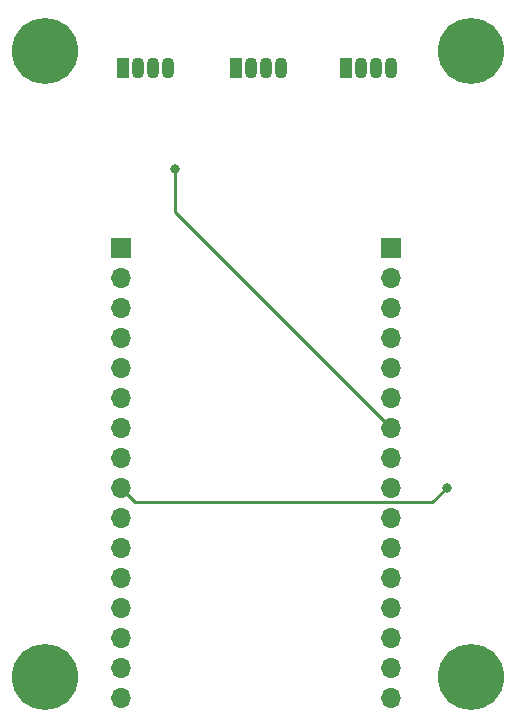
<source format=gbr>
%TF.GenerationSoftware,KiCad,Pcbnew,(6.0.5)*%
%TF.CreationDate,2022-06-12T23:48:21-07:00*%
%TF.ProjectId,garbage-day-indicator,67617262-6167-4652-9d64-61792d696e64,0*%
%TF.SameCoordinates,Original*%
%TF.FileFunction,Copper,L2,Bot*%
%TF.FilePolarity,Positive*%
%FSLAX46Y46*%
G04 Gerber Fmt 4.6, Leading zero omitted, Abs format (unit mm)*
G04 Created by KiCad (PCBNEW (6.0.5)) date 2022-06-12 23:48:21*
%MOMM*%
%LPD*%
G01*
G04 APERTURE LIST*
%TA.AperFunction,ComponentPad*%
%ADD10C,5.600000*%
%TD*%
%TA.AperFunction,ComponentPad*%
%ADD11O,1.700000X1.700000*%
%TD*%
%TA.AperFunction,ComponentPad*%
%ADD12R,1.700000X1.700000*%
%TD*%
%TA.AperFunction,ComponentPad*%
%ADD13R,1.070000X1.800000*%
%TD*%
%TA.AperFunction,ComponentPad*%
%ADD14O,1.070000X1.800000*%
%TD*%
%TA.AperFunction,ViaPad*%
%ADD15C,0.800000*%
%TD*%
%TA.AperFunction,Conductor*%
%ADD16C,0.250000*%
%TD*%
G04 APERTURE END LIST*
D10*
%TO.P,He1,1,1*%
%TO.N,GND*%
X137000000Y-63000000D03*
%TD*%
%TO.P,H4,1,1*%
%TO.N,GND*%
X137000000Y-116000000D03*
%TD*%
%TO.P,H3,1,1*%
%TO.N,GND*%
X101000000Y-116000000D03*
%TD*%
%TO.P,H1,1,1*%
%TO.N,GND*%
X101000000Y-63000000D03*
%TD*%
D11*
%TO.P,J1,16,Pin_16*%
%TO.N,unconnected-(J1-Pad16)*%
X107420000Y-117830000D03*
%TO.P,J1,15,Pin_15*%
%TO.N,unconnected-(J1-Pad15)*%
X107420000Y-115290000D03*
%TO.P,J1,14,Pin_14*%
%TO.N,unconnected-(J1-Pad14)*%
X107420000Y-112750000D03*
%TO.P,J1,13,Pin_13*%
%TO.N,unconnected-(J1-Pad13)*%
X107420000Y-110210000D03*
%TO.P,J1,12,Pin_12*%
%TO.N,unconnected-(J1-Pad12)*%
X107420000Y-107670000D03*
%TO.P,J1,11,Pin_11*%
%TO.N,unconnected-(J1-Pad11)*%
X107420000Y-105130000D03*
%TO.P,J1,10,Pin_10*%
%TO.N,unconnected-(J1-Pad10)*%
X107420000Y-102590000D03*
%TO.P,J1,9,Pin_9*%
%TO.N,/B3*%
X107420000Y-100050000D03*
%TO.P,J1,8,Pin_8*%
%TO.N,unconnected-(J1-Pad8)*%
X107420000Y-97510000D03*
%TO.P,J1,7,Pin_7*%
%TO.N,unconnected-(J1-Pad7)*%
X107420000Y-94970000D03*
%TO.P,J1,6,Pin_6*%
%TO.N,unconnected-(J1-Pad6)*%
X107420000Y-92430000D03*
%TO.P,J1,5,Pin_5*%
%TO.N,unconnected-(J1-Pad5)*%
X107420000Y-89890000D03*
%TO.P,J1,4,Pin_4*%
%TO.N,/R1*%
X107420000Y-87350000D03*
%TO.P,J1,3,Pin_3*%
%TO.N,unconnected-(J1-Pad3)*%
X107420000Y-84810000D03*
%TO.P,J1,2,Pin_2*%
%TO.N,unconnected-(J1-Pad2)*%
X107420000Y-82270000D03*
D12*
%TO.P,J1,1,Pin_1*%
%TO.N,unconnected-(J1-Pad1)*%
X107420000Y-79730000D03*
%TD*%
D13*
%TO.P,D2,1,BA*%
%TO.N,Net-(D2-Pad1)*%
X117100000Y-64500000D03*
D14*
%TO.P,D2,2,GA*%
%TO.N,Net-(D2-Pad2)*%
X118370000Y-64500000D03*
%TO.P,D2,3,K*%
%TO.N,GND*%
X119640000Y-64500000D03*
%TO.P,D2,4,RA*%
%TO.N,Net-(D2-Pad4)*%
X120910000Y-64500000D03*
%TD*%
D11*
%TO.P,J2,16,Pin_16*%
%TO.N,GND*%
X130280000Y-117830000D03*
%TO.P,J2,15,Pin_15*%
%TO.N,/G3*%
X130280000Y-115290000D03*
%TO.P,J2,14,Pin_14*%
%TO.N,/R3*%
X130280000Y-112750000D03*
%TO.P,J2,13,Pin_13*%
%TO.N,unconnected-(J2-Pad13)*%
X130280000Y-110210000D03*
%TO.P,J2,12,Pin_12*%
%TO.N,unconnected-(J2-Pad12)*%
X130280000Y-107670000D03*
%TO.P,J2,11,Pin_11*%
%TO.N,/B2*%
X130280000Y-105130000D03*
%TO.P,J2,10,Pin_10*%
%TO.N,/G2*%
X130280000Y-102590000D03*
%TO.P,J2,9,Pin_9*%
%TO.N,/R2*%
X130280000Y-100050000D03*
%TO.P,J2,8,Pin_8*%
%TO.N,unconnected-(J2-Pad8)*%
X130280000Y-97510000D03*
%TO.P,J2,7,Pin_7*%
%TO.N,/B1*%
X130280000Y-94970000D03*
%TO.P,J2,6,Pin_6*%
%TO.N,/G1*%
X130280000Y-92430000D03*
%TO.P,J2,5,Pin_5*%
%TO.N,unconnected-(J2-Pad5)*%
X130280000Y-89890000D03*
%TO.P,J2,4,Pin_4*%
%TO.N,unconnected-(J2-Pad4)*%
X130280000Y-87350000D03*
%TO.P,J2,3,Pin_3*%
%TO.N,unconnected-(J2-Pad3)*%
X130280000Y-84810000D03*
%TO.P,J2,2,Pin_2*%
%TO.N,unconnected-(J2-Pad2)*%
X130280000Y-82270000D03*
D12*
%TO.P,J2,1,Pin_1*%
%TO.N,GND*%
X130280000Y-79730000D03*
%TD*%
D13*
%TO.P,D3,1,BA*%
%TO.N,Net-(D3-Pad1)*%
X126460000Y-64500000D03*
D14*
%TO.P,D3,2,GA*%
%TO.N,Net-(D3-Pad2)*%
X127730000Y-64500000D03*
%TO.P,D3,3,K*%
%TO.N,GND*%
X129000000Y-64500000D03*
%TO.P,D3,4,RA*%
%TO.N,Net-(D3-Pad4)*%
X130270000Y-64500000D03*
%TD*%
D13*
%TO.P,D1,1,BA*%
%TO.N,Net-(D1-Pad1)*%
X107600000Y-64500000D03*
D14*
%TO.P,D1,2,GA*%
%TO.N,Net-(D1-Pad2)*%
X108870000Y-64500000D03*
%TO.P,D1,3,K*%
%TO.N,GND*%
X110140000Y-64500000D03*
%TO.P,D1,4,RA*%
%TO.N,Net-(D1-Pad4)*%
X111410000Y-64500000D03*
%TD*%
D15*
%TO.N,/B3*%
X135000000Y-100000000D03*
%TO.N,/B1*%
X112000000Y-73000000D03*
%TD*%
D16*
%TO.N,/B3*%
X135000000Y-100000000D02*
X133775489Y-101224511D01*
X133775489Y-101224511D02*
X108594511Y-101224511D01*
X108594511Y-101224511D02*
X107420000Y-100050000D01*
%TO.N,/B1*%
X112000000Y-73000000D02*
X112000000Y-76690000D01*
X112000000Y-76690000D02*
X130280000Y-94970000D01*
%TD*%
M02*

</source>
